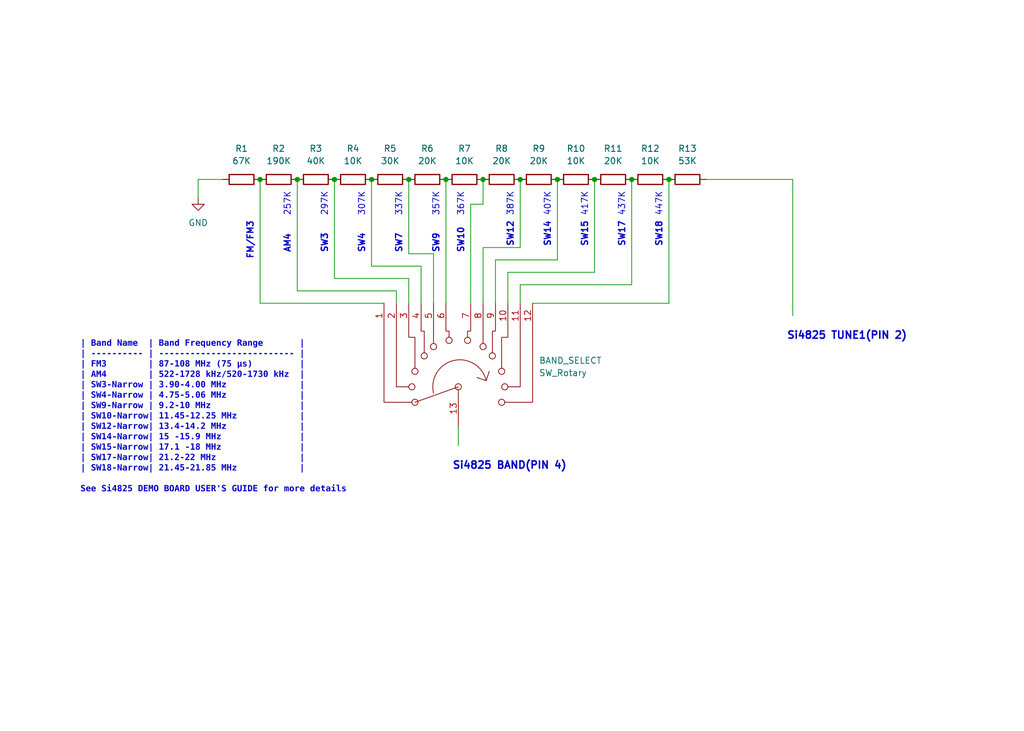
<source format=kicad_sch>
(kicad_sch (version 20230121) (generator eeschema)
  (paper "User" 210.007 150.012)
  (title_block (title "SI4825 Band setup example") (rev "1.0") (company "Ricardo Lima Caratti"))
  (lib_symbols
    (symbol "Device:R" (pin_numbers hide) (pin_names (offset 0))
      (property "Reference" "R" (at 2.032 0 90))
      (property "Value" "R" (at 0 0 90))
      (symbol "R_0_1"
        (rectangle (start -1.016 -2.54) (end 1.016 2.54) (stroke (width 0.254)))
      )
      (symbol "R_1_1"
        (pin passive line (at 0 3.81 270) (length 1.27) (name "~") (number "1"))
        (pin passive line (at 0 -3.81 90) (length 1.27) (name "~") (number "2"))
      )
    )
    (symbol "Switch:SW_Rotary12" (pin_names (offset 1.016) hide)
      (property "Reference" "SW" (at 0 17.78 0))
      (property "Value" "SW_Rotary12" (at 0 -17.78 0))
      (symbol "SW_Rotary12_0_0"
        (circle (center -10.16 -8.89) (radius 0.635))
        (circle (center -10.16 8.89) (radius 0.635))
        (circle (center -6.985 -9.525) (radius 0.635))
        (circle (center -6.985 0) (radius 0.635))
        (circle (center -6.985 9.525) (radius 0.635))
        (arc (start -5.715 -5.715) (mid -1.5995 0.937) (end -8.255 5.08))
        (circle (center -3.81 -8.89) (radius 0.635))
        (circle (center -3.81 8.89) (radius 0.635))
        (circle (center -0.635 -6.985) (radius 0.635))
        (circle (center -0.635 6.985) (radius 0.635))
        (polyline (pts (xy -6.985 0) (xy -10.16 8.89)))
        (polyline (pts (xy -5.715 -5.715) (xy -5.08 -3.81)))
        (polyline (pts (xy -5.715 -5.715) (xy -3.81 -6.35)))
        (polyline (pts (xy 1.905 -5.08) (xy 5.08 -5.08)))
        (polyline (pts (xy 1.905 5.08) (xy 5.08 5.08)))
        (polyline (pts (xy -10.16 -9.525) (xy -10.16 -15.24) (xy 5.08 -15.24)))
        (polyline (pts (xy -10.16 9.525) (xy -10.16 15.24) (xy 5.08 15.24)))
        (polyline (pts (xy -6.985 -10.16) (xy -6.985 -12.7) (xy 5.08 -12.7)))
        (polyline (pts (xy -6.985 10.16) (xy -6.985 12.7) (xy 5.08 12.7)))
        (polyline (pts (xy -3.175 -8.89) (xy 3.175 -8.89) (xy 3.175 -10.16) (xy 5.08 -10.16)))
        (polyline (pts (xy -3.175 8.89) (xy 3.175 8.89) (xy 3.175 10.16) (xy 5.08 10.16)))
        (polyline (pts (xy 0 -6.985) (xy 4.445 -6.985) (xy 4.445 -7.62) (xy 5.08 -7.62)))
        (polyline (pts (xy 0 6.985) (xy 4.445 6.985) (xy 4.445 7.62) (xy 5.08 7.62)))
        (polyline (pts (xy 3.175 -1.905) (xy 4.445 -1.905) (xy 4.445 -2.54) (xy 5.08 -2.54)))
        (polyline (pts (xy 3.175 1.905) (xy 4.445 1.905) (xy 4.445 2.54) (xy 5.08 2.54)))
        (circle (center 1.27 -5.08) (radius 0.635))
        (circle (center 1.27 5.08) (radius 0.635))
        (circle (center 2.54 -1.905) (radius 0.635))
        (circle (center 2.54 1.905) (radius 0.635))
      )
      (symbol "SW_Rotary12_0_1"
        (pin passive line (at 10.16 15.24 180) (length 5.08) (name "1") (number "1"))
        (pin passive line (at 10.16 -10.16 180) (length 5.08) (name "10") (number "10"))
        (pin passive line (at 10.16 -12.7 180) (length 5.08) (name "11") (number "11"))
        (pin passive line (at 10.16 -15.24 180) (length 5.08) (name "12") (number "12"))
        (pin passive line (at -15.24 0 0) (length 7.62) (name "13") (number "13"))
        (pin passive line (at 10.16 12.7 180) (length 5.08) (name "2") (number "2"))
        (pin passive line (at 10.16 10.16 180) (length 5.08) (name "3") (number "3"))
        (pin passive line (at 10.16 7.62 180) (length 5.08) (name "4") (number "4"))
        (pin passive line (at 10.16 5.08 180) (length 5.08) (name "5") (number "5"))
        (pin passive line (at 10.16 2.54 180) (length 5.08) (name "6") (number "6"))
        (pin passive line (at 10.16 -2.54 180) (length 5.08) (name "7") (number "7"))
        (pin passive line (at 10.16 -5.08 180) (length 5.08) (name "8") (number "8"))
        (pin passive line (at 10.16 -7.62 180) (length 5.08) (name "9") (number "9"))
      )
    )
    (symbol "power:GND" (power) (pin_names (offset 0))
      (property "Value" "GND" (at 0 -3.81 0))
      (symbol "GND_0_1"
        (polyline (pts (xy 0 0) (xy 0 -1.27) (xy 1.27 -1.27) (xy 0 -2.54) (xy -1.27 -1.27) (xy 0 -1.27)))
      )
      (symbol "GND_1_1"
        (pin power_in line (at 0 0 270) (length 0) hide (name "GND") (number "1"))
      )
    )
  )
  (junction (at 129.54 36.83))
  (junction (at 83.82 36.83))
  (junction (at 99.06 36.83))
  (junction (at 114.3 36.83))
  (junction (at 68.58 36.83))
  (junction (at 53.34 36.83))
  (junction (at 121.92 36.83))
  (junction (at 137.16 36.83))
  (junction (at 60.96 36.83))
  (junction (at 106.68 36.83))
  (junction (at 76.2 36.83))
  (junction (at 91.44 36.83))
  (wire (pts (xy 88.9 52.07) (xy 83.82 52.07)))
  (wire (pts (xy 129.54 58.42) (xy 129.54 36.83)))
  (wire (pts (xy 83.82 62.23) (xy 83.82 57.15)))
  (wire (pts (xy 68.58 36.83) (xy 68.58 57.15)))
  (wire (pts (xy 106.68 58.42) (xy 129.54 58.42)))
  (wire (pts (xy 96.52 41.91) (xy 99.06 41.91)))
  (wire (pts (xy 104.14 55.88) (xy 121.92 55.88)))
  (wire (pts (xy 99.06 62.23) (xy 99.06 50.8)))
  (wire (pts (xy 81.28 59.69) (xy 60.96 59.69)))
  (wire (pts (xy 93.98 87.63) (xy 93.98 91.44)))
  (wire (pts (xy 83.82 57.15) (xy 68.58 57.15)))
  (wire (pts (xy 109.22 62.23) (xy 137.16 62.23)))
  (wire (pts (xy 106.68 62.23) (xy 106.68 58.42)))
  (wire (pts (xy 96.52 62.23) (xy 96.52 41.91)))
  (wire (pts (xy 53.34 36.83) (xy 53.34 62.23)))
  (wire (pts (xy 76.2 54.61) (xy 76.2 36.83)))
  (wire (pts (xy 99.06 50.8) (xy 106.68 50.8)))
  (wire (pts (xy 114.3 36.83) (xy 114.3 53.34)))
  (wire (pts (xy 88.9 62.23) (xy 88.9 52.07)))
  (wire (pts (xy 91.44 36.83) (xy 91.44 62.23)))
  (wire (pts (xy 106.68 36.83) (xy 106.68 50.8)))
  (wire (pts (xy 99.06 41.91) (xy 99.06 36.83)))
  (wire (pts (xy 101.6 53.34) (xy 114.3 53.34)))
  (wire (pts (xy 81.28 62.23) (xy 81.28 59.69)))
  (wire (pts (xy 86.36 62.23) (xy 86.36 54.61)))
  (wire (pts (xy 137.16 36.83) (xy 137.16 62.23)))
  (wire (pts (xy 40.64 36.83) (xy 40.64 40.64)))
  (wire (pts (xy 45.72 36.83) (xy 40.64 36.83)))
  (wire (pts (xy 78.74 62.23) (xy 53.34 62.23)))
  (wire (pts (xy 86.36 54.61) (xy 76.2 54.61)))
  (wire (pts (xy 104.14 62.23) (xy 104.14 55.88)))
  (wire (pts (xy 83.82 52.07) (xy 83.82 36.83)))
  (wire (pts (xy 60.96 59.69) (xy 60.96 36.83)))
  (wire (pts (xy 101.6 53.34) (xy 101.6 62.23)))
  (wire (pts (xy 121.92 36.83) (xy 121.92 55.88)))
  (wire (pts (xy 162.56 36.83) (xy 162.56 64.77)))
  (wire (pts (xy 144.78 36.83) (xy 162.56 36.83)))
  (text "SW7" (at 82.55 52.07 90) (effects (font (size 1.27 1.27) (thickness 0.254) bold) (justify left bottom)))
  (text "447K" (at 135.89 44.45 90) (effects (font (size 1.27 1.27)) (justify left bottom)))
  (text "437K" (at 128.27 44.45 90) (effects (font (size 1.27 1.27)) (justify left bottom)))
  (text "367K" (at 95.25 44.45 90) (effects (font (size 1.27 1.27)) (justify left bottom)))
  (text "Si4825 TUNE1(PIN 2)" (at 161.29 69.85 0) (effects (font (size 1.5 1.5) (thickness 0.3) bold) (justify left bottom)))
  (text "Si4825 BAND(PIN 4)" (at 92.71 96.52 0) (effects (font (size 1.5 1.5) (thickness 0.3) bold) (justify left bottom)))
  (text "337K" (at 82.55 44.45 90) (effects (font (size 1.27 1.27)) (justify left bottom)))
  (text "SW15" (at 120.65 50.8 90) (effects (font (size 1.27 1.27) (thickness 0.254) bold) (justify left bottom)))
  (text "SW12" (at 105.41 50.8 90) (effects (font (size 1.27 1.27) (thickness 0.254) bold) (justify left bottom)))
  (text "417K" (at 120.65 44.45 90) (effects (font (size 1.27 1.27)) (justify left bottom)))
  (text "SW9" (at 90.17 52.07 90) (effects (font (size 1.27 1.27) (thickness 0.254) bold) (justify left bottom)))
  (text "SW18" (at 135.89 50.8 90) (effects (font (size 1.27 1.27) (thickness 0.254) bold) (justify left bottom)))
  (text "AM4" (at 59.69 52.07 90) (effects (font (size 1.27 1.27) (thickness 0.254) bold) (justify left bottom)))
  (text "297K" (at 67.31 44.45 90) (effects (font (size 1.27 1.27)) (justify left bottom)))
  (text "357K" (at 90.17 44.45 90) (effects (font (size 1.27 1.27)) (justify left bottom)))
  (text "407K" (at 113.03 44.45 90) (effects (font (size 1.27 1.27)) (justify left bottom)))
  (text "SW4" (at 74.93 52.07 90) (effects (font (size 1.27 1.27) (thickness 0.254) bold) (justify left bottom)))
  (text "307K" (at 74.93 44.45 90) (effects (font (size 1.27 1.27)) (justify left bottom)))
  (text "| Band Name  | Band Frequency Range       |\n| ---------- | -------------------------- |\n| FM3        | 87-108 MHz (75 µs)         | \n| AM4        | 522-1728 kHz/520-1730 kHz  |\n| SW3-Narrow | 3.90-4.00 MHz              |\n| SW4-Narrow | 4.75-5.06 MHz              |\n| SW9-Narrow | 9.2-10 MHz                 |\n| SW10-Narrow| 11.45-12.25 MHz            | \n| SW12-Narrow| 13.4-14.2 MHz              |\n| SW14-Narrow| 15 -15.9 MHz               |\n| SW15-Narrow| 17.1 -18 MHz               |\n| SW17-Narrow| 21.2-22 MHz                |\n| SW18-Narrow| 21.45-21.85 MHz            |\n\nSee Si4825 DEMO BOARD USER'S GUIDE for more details" (at 16.51 101.6 0) (effects (font (size 1.27 1.27) (thickness 0.254) bold) (justify left bottom)))
  (text "387K" (at 105.41 44.45 90) (effects (font (size 1.27 1.27)) (justify left bottom)))
  (text "SW17" (at 128.27 50.8 90) (effects (font (size 1.27 1.27) (thickness 0.254) bold) (justify left bottom)))
  (text "257K" (at 59.69 44.45 90) (effects (font (size 1.27 1.27)) (justify left bottom)))
  (text "SW14" (at 113.03 50.8 90) (effects (font (size 1.27 1.27) (thickness 0.254) bold) (justify left bottom)))
  (text "FM/FM3" (at 52.07 53.34 90) (effects (font (size 1.27 1.27) (thickness 0.254) bold) (justify left bottom)))
  (text "SW3" (at 67.31 52.07 90) (effects (font (size 1.27 1.27) (thickness 0.254) bold) (justify left bottom)))
  (text "SW10" (at 95.25 52.07 90) (effects (font (size 1.27 1.27) (thickness 0.254) bold) (justify left bottom)))
  (symbol (lib_id "Device:R") (at 72.39 36.83 270) (unit 1)
    (property "Reference" "R4" (at 72.39 30.48 90))
    (property "Value" "10K" (at 72.39 33.02 90))
  )
  (symbol (lib_id "Device:R") (at 102.87 36.83 270) (unit 1)
    (property "Reference" "R8" (at 102.87 30.48 90))
    (property "Value" "20K" (at 102.87 33.02 90))
  )
  (symbol (lib_id "Device:R") (at 118.11 36.83 270) (unit 1)
    (property "Reference" "R10" (at 118.11 30.48 90))
    (property "Value" "10K" (at 118.11 33.02 90))
  )
  (symbol (lib_id "Device:R") (at 110.49 36.83 270) (unit 1)
    (property "Reference" "R9" (at 110.49 30.48 90))
    (property "Value" "20K" (at 110.49 33.02 90))
  )
  (symbol (lib_id "Device:R") (at 64.77 36.83 270) (unit 1)
    (property "Reference" "R3" (at 64.77 30.48 90))
    (property "Value" "40K" (at 64.77 33.02 90))
  )
  (symbol (lib_id "Device:R") (at 87.63 36.83 270) (unit 1)
    (property "Reference" "R6" (at 87.63 30.48 90))
    (property "Value" "20K" (at 87.63 33.02 90))
  )
  (symbol (lib_id "Device:R") (at 49.53 36.83 270) (unit 1)
    (property "Reference" "R1" (at 49.53 30.48 90))
    (property "Value" "67K" (at 49.53 33.02 90))
  )
  (symbol (lib_id "Switch:SW_Rotary12") (at 93.98 72.39 90) (unit 1)
    (property "Reference" "BAND_SELECT" (at 110.49 73.9775 90) (effects (justify right)))
    (property "Value" "SW_Rotary" (at 110.49 76.5175 90) (effects (justify right)))
    (property "Datasheet" "http://cdn-reichelt.de/documents/datenblatt/C200/DS-Serie%23LOR.pdf" (effects hide))
  )
  (symbol (lib_id "Device:R") (at 125.73 36.83 270) (unit 1)
    (property "Reference" "R11" (at 125.73 30.48 90))
    (property "Value" "20K" (at 125.73 33.02 90))
  )
  (symbol (lib_id "Device:R") (at 57.15 36.83 270) (unit 1)
    (property "Reference" "R2" (at 57.15 30.48 90))
    (property "Value" "190K" (at 57.15 33.02 90))
  )
  (symbol (lib_id "Device:R") (at 80.01 36.83 270) (unit 1)
    (property "Reference" "R5" (at 80.01 30.48 90))
    (property "Value" "30K" (at 80.01 33.02 90))
  )
  (symbol (lib_id "Device:R") (at 133.35 36.83 270) (unit 1)
    (property "Reference" "R12" (at 133.35 30.48 90))
    (property "Value" "10K" (at 133.35 33.02 90))
  )
  (symbol (lib_id "Device:R") (at 95.25 36.83 270) (unit 1)
    (property "Reference" "R7" (at 95.25 30.48 90))
    (property "Value" "10K" (at 95.25 33.02 90))
  )
  (symbol (lib_id "Device:R") (at 140.97 36.83 270) (unit 1)
    (property "Reference" "R13" (at 140.97 30.48 90))
    (property "Value" "53K" (at 140.97 33.02 90))
  )
  (symbol (lib_id "power:GND") (at 40.64 40.64 0) (unit 1)
    (property "Reference" "#PWR01" (effects hide))
    (property "Value" "GND" (at 40.64 45.72 0))
  )
)
</source>
